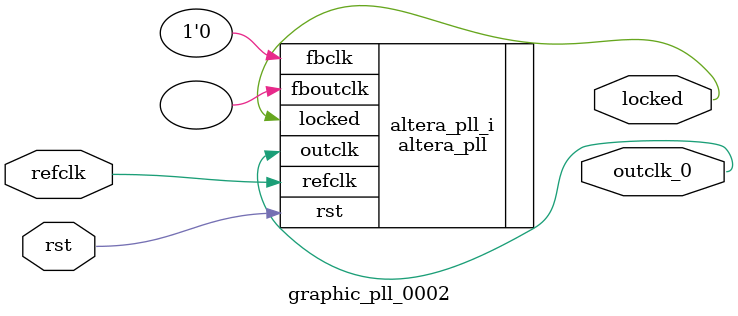
<source format=v>
`timescale 1ns/10ps
module  graphic_pll_0002(

	// interface 'refclk'
	input wire refclk,

	// interface 'reset'
	input wire rst,

	// interface 'outclk0'
	output wire outclk_0,

	// interface 'locked'
	output wire locked
);

	altera_pll #(
		.fractional_vco_multiplier("false"),
		.reference_clock_frequency("50.0 MHz"),
		.operation_mode("direct"),
		.number_of_clocks(1),
		.output_clock_frequency0("25.172413 MHz"),
		.phase_shift0("0 ps"),
		.duty_cycle0(50),
		.output_clock_frequency1("0 MHz"),
		.phase_shift1("0 ps"),
		.duty_cycle1(50),
		.output_clock_frequency2("0 MHz"),
		.phase_shift2("0 ps"),
		.duty_cycle2(50),
		.output_clock_frequency3("0 MHz"),
		.phase_shift3("0 ps"),
		.duty_cycle3(50),
		.output_clock_frequency4("0 MHz"),
		.phase_shift4("0 ps"),
		.duty_cycle4(50),
		.output_clock_frequency5("0 MHz"),
		.phase_shift5("0 ps"),
		.duty_cycle5(50),
		.output_clock_frequency6("0 MHz"),
		.phase_shift6("0 ps"),
		.duty_cycle6(50),
		.output_clock_frequency7("0 MHz"),
		.phase_shift7("0 ps"),
		.duty_cycle7(50),
		.output_clock_frequency8("0 MHz"),
		.phase_shift8("0 ps"),
		.duty_cycle8(50),
		.output_clock_frequency9("0 MHz"),
		.phase_shift9("0 ps"),
		.duty_cycle9(50),
		.output_clock_frequency10("0 MHz"),
		.phase_shift10("0 ps"),
		.duty_cycle10(50),
		.output_clock_frequency11("0 MHz"),
		.phase_shift11("0 ps"),
		.duty_cycle11(50),
		.output_clock_frequency12("0 MHz"),
		.phase_shift12("0 ps"),
		.duty_cycle12(50),
		.output_clock_frequency13("0 MHz"),
		.phase_shift13("0 ps"),
		.duty_cycle13(50),
		.output_clock_frequency14("0 MHz"),
		.phase_shift14("0 ps"),
		.duty_cycle14(50),
		.output_clock_frequency15("0 MHz"),
		.phase_shift15("0 ps"),
		.duty_cycle15(50),
		.output_clock_frequency16("0 MHz"),
		.phase_shift16("0 ps"),
		.duty_cycle16(50),
		.output_clock_frequency17("0 MHz"),
		.phase_shift17("0 ps"),
		.duty_cycle17(50),
		.pll_type("General"),
		.pll_subtype("General")
	) altera_pll_i (
		.rst	(rst),
		.outclk	({outclk_0}),
		.locked	(locked),
		.fboutclk	( ),
		.fbclk	(1'b0),
		.refclk	(refclk)
	);
endmodule


</source>
